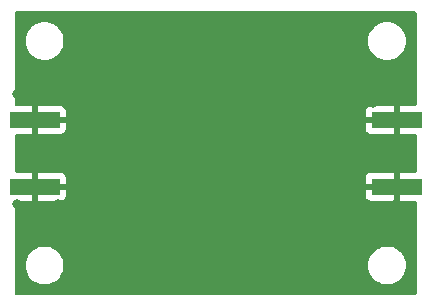
<source format=gbr>
%TF.GenerationSoftware,KiCad,Pcbnew,(6.0.1)*%
%TF.CreationDate,2022-02-12T11:42:24+00:00*%
%TF.ProjectId,LowPass_7mm,4c6f7750-6173-4735-9f37-6d6d2e6b6963,rev?*%
%TF.SameCoordinates,Original*%
%TF.FileFunction,Copper,L2,Bot*%
%TF.FilePolarity,Positive*%
%FSLAX46Y46*%
G04 Gerber Fmt 4.6, Leading zero omitted, Abs format (unit mm)*
G04 Created by KiCad (PCBNEW (6.0.1)) date 2022-02-12 11:42:24*
%MOMM*%
%LPD*%
G01*
G04 APERTURE LIST*
%TA.AperFunction,SMDPad,CuDef*%
%ADD10R,4.200000X1.350000*%
%TD*%
%TA.AperFunction,ViaPad*%
%ADD11C,0.800000*%
%TD*%
G04 APERTURE END LIST*
D10*
%TO.P,J2,2,Ext*%
%TO.N,GND*%
X132800000Y-109675000D03*
X132800000Y-115325000D03*
%TD*%
%TO.P,J1,2,Ext*%
%TO.N,GND*%
X102200000Y-115325000D03*
X102200000Y-109675000D03*
%TD*%
D11*
%TO.N,GND*%
X118135400Y-111734600D03*
X115163600Y-114782600D03*
X115112800Y-111556800D03*
X125679200Y-112496600D03*
X122961400Y-109067600D03*
X111353600Y-112369600D03*
X125704600Y-106781600D03*
X113588800Y-110337600D03*
X113893600Y-118719600D03*
X130784600Y-108231600D03*
X125679200Y-109651800D03*
X100660200Y-107492800D03*
X100685600Y-116840000D03*
X108331000Y-112826800D03*
X118556700Y-114249200D03*
X129387600Y-117883600D03*
X106807000Y-116662200D03*
X108254800Y-108737400D03*
X112090200Y-118237000D03*
X105410000Y-115062000D03*
X111379000Y-110083600D03*
X102387400Y-116890800D03*
X102133400Y-107442000D03*
X130708400Y-116969200D03*
X108315000Y-115025000D03*
X125780800Y-114657800D03*
X120661800Y-115570000D03*
X117566100Y-108051600D03*
X112344200Y-121031000D03*
X111379000Y-115189000D03*
X104114600Y-116814600D03*
X122809000Y-112649000D03*
X125806200Y-118137600D03*
X111810800Y-116636800D03*
X122885200Y-110871000D03*
X125933200Y-108204000D03*
X127127000Y-106883200D03*
X116255800Y-118745000D03*
X122211200Y-114249200D03*
X125831600Y-116611400D03*
X103759000Y-107543600D03*
X108280200Y-110871000D03*
X105308400Y-109270800D03*
X127330200Y-118086800D03*
X106629200Y-107289600D03*
X120331600Y-117144800D03*
X114681000Y-108229400D03*
X121666000Y-108204000D03*
X119507000Y-108254800D03*
X118429700Y-118618000D03*
X129133600Y-107291800D03*
%TD*%
%TA.AperFunction,Conductor*%
%TO.N,GND*%
G36*
X134442121Y-100520002D02*
G01*
X134488614Y-100573658D01*
X134500000Y-100626000D01*
X134500000Y-108366000D01*
X134479998Y-108434121D01*
X134426342Y-108480614D01*
X134374000Y-108492000D01*
X133072115Y-108492000D01*
X133056876Y-108496475D01*
X133055671Y-108497865D01*
X133054000Y-108505548D01*
X133054000Y-110839884D01*
X133058475Y-110855123D01*
X133059865Y-110856328D01*
X133067548Y-110857999D01*
X134374000Y-110857999D01*
X134442121Y-110878001D01*
X134488614Y-110931657D01*
X134500000Y-110983999D01*
X134500000Y-114016000D01*
X134479998Y-114084121D01*
X134426342Y-114130614D01*
X134374000Y-114142000D01*
X133072115Y-114142000D01*
X133056876Y-114146475D01*
X133055671Y-114147865D01*
X133054000Y-114155548D01*
X133054000Y-116489884D01*
X133058475Y-116505123D01*
X133059865Y-116506328D01*
X133067548Y-116507999D01*
X134374000Y-116507999D01*
X134442121Y-116528001D01*
X134488614Y-116581657D01*
X134500000Y-116633999D01*
X134500000Y-124374000D01*
X134479998Y-124442121D01*
X134426342Y-124488614D01*
X134374000Y-124500000D01*
X100626000Y-124500000D01*
X100557879Y-124479998D01*
X100511386Y-124426342D01*
X100500000Y-124374000D01*
X100500000Y-122000000D01*
X101394551Y-122000000D01*
X101414317Y-122251148D01*
X101473127Y-122496111D01*
X101569534Y-122728859D01*
X101701164Y-122943659D01*
X101704376Y-122947419D01*
X101704379Y-122947424D01*
X101849256Y-123117052D01*
X101864776Y-123135224D01*
X101868538Y-123138437D01*
X102052576Y-123295621D01*
X102052581Y-123295624D01*
X102056341Y-123298836D01*
X102271141Y-123430466D01*
X102275711Y-123432359D01*
X102275715Y-123432361D01*
X102499316Y-123524979D01*
X102503889Y-123526873D01*
X102588289Y-123547135D01*
X102744039Y-123584528D01*
X102744045Y-123584529D01*
X102748852Y-123585683D01*
X102837149Y-123592632D01*
X102934661Y-123600307D01*
X102934670Y-123600307D01*
X102937118Y-123600500D01*
X103062882Y-123600500D01*
X103065330Y-123600307D01*
X103065339Y-123600307D01*
X103162851Y-123592632D01*
X103251148Y-123585683D01*
X103255955Y-123584529D01*
X103255961Y-123584528D01*
X103411711Y-123547135D01*
X103496111Y-123526873D01*
X103500684Y-123524979D01*
X103724285Y-123432361D01*
X103724289Y-123432359D01*
X103728859Y-123430466D01*
X103943659Y-123298836D01*
X103947419Y-123295624D01*
X103947424Y-123295621D01*
X104131462Y-123138437D01*
X104135224Y-123135224D01*
X104150744Y-123117052D01*
X104295621Y-122947424D01*
X104295624Y-122947419D01*
X104298836Y-122943659D01*
X104430466Y-122728859D01*
X104526873Y-122496111D01*
X104585683Y-122251148D01*
X104605449Y-122000000D01*
X130394551Y-122000000D01*
X130414317Y-122251148D01*
X130473127Y-122496111D01*
X130569534Y-122728859D01*
X130701164Y-122943659D01*
X130704376Y-122947419D01*
X130704379Y-122947424D01*
X130849256Y-123117052D01*
X130864776Y-123135224D01*
X130868538Y-123138437D01*
X131052576Y-123295621D01*
X131052581Y-123295624D01*
X131056341Y-123298836D01*
X131271141Y-123430466D01*
X131275711Y-123432359D01*
X131275715Y-123432361D01*
X131499316Y-123524979D01*
X131503889Y-123526873D01*
X131588289Y-123547135D01*
X131744039Y-123584528D01*
X131744045Y-123584529D01*
X131748852Y-123585683D01*
X131837149Y-123592632D01*
X131934661Y-123600307D01*
X131934670Y-123600307D01*
X131937118Y-123600500D01*
X132062882Y-123600500D01*
X132065330Y-123600307D01*
X132065339Y-123600307D01*
X132162851Y-123592632D01*
X132251148Y-123585683D01*
X132255955Y-123584529D01*
X132255961Y-123584528D01*
X132411711Y-123547135D01*
X132496111Y-123526873D01*
X132500684Y-123524979D01*
X132724285Y-123432361D01*
X132724289Y-123432359D01*
X132728859Y-123430466D01*
X132943659Y-123298836D01*
X132947419Y-123295624D01*
X132947424Y-123295621D01*
X133131462Y-123138437D01*
X133135224Y-123135224D01*
X133150744Y-123117052D01*
X133295621Y-122947424D01*
X133295624Y-122947419D01*
X133298836Y-122943659D01*
X133430466Y-122728859D01*
X133526873Y-122496111D01*
X133585683Y-122251148D01*
X133605449Y-122000000D01*
X133585683Y-121748852D01*
X133526873Y-121503889D01*
X133430466Y-121271141D01*
X133298836Y-121056341D01*
X133295624Y-121052581D01*
X133295621Y-121052576D01*
X133138437Y-120868538D01*
X133135224Y-120864776D01*
X133117052Y-120849256D01*
X132947424Y-120704379D01*
X132947419Y-120704376D01*
X132943659Y-120701164D01*
X132728859Y-120569534D01*
X132724289Y-120567641D01*
X132724285Y-120567639D01*
X132500684Y-120475021D01*
X132500682Y-120475020D01*
X132496111Y-120473127D01*
X132411711Y-120452865D01*
X132255961Y-120415472D01*
X132255955Y-120415471D01*
X132251148Y-120414317D01*
X132162851Y-120407368D01*
X132065339Y-120399693D01*
X132065330Y-120399693D01*
X132062882Y-120399500D01*
X131937118Y-120399500D01*
X131934670Y-120399693D01*
X131934661Y-120399693D01*
X131837149Y-120407368D01*
X131748852Y-120414317D01*
X131744045Y-120415471D01*
X131744039Y-120415472D01*
X131588289Y-120452865D01*
X131503889Y-120473127D01*
X131499318Y-120475020D01*
X131499316Y-120475021D01*
X131275715Y-120567639D01*
X131275711Y-120567641D01*
X131271141Y-120569534D01*
X131056341Y-120701164D01*
X131052581Y-120704376D01*
X131052576Y-120704379D01*
X130882948Y-120849256D01*
X130864776Y-120864776D01*
X130861563Y-120868538D01*
X130704379Y-121052576D01*
X130704376Y-121052581D01*
X130701164Y-121056341D01*
X130569534Y-121271141D01*
X130473127Y-121503889D01*
X130414317Y-121748852D01*
X130394551Y-122000000D01*
X104605449Y-122000000D01*
X104585683Y-121748852D01*
X104526873Y-121503889D01*
X104430466Y-121271141D01*
X104298836Y-121056341D01*
X104295624Y-121052581D01*
X104295621Y-121052576D01*
X104138437Y-120868538D01*
X104135224Y-120864776D01*
X104117052Y-120849256D01*
X103947424Y-120704379D01*
X103947419Y-120704376D01*
X103943659Y-120701164D01*
X103728859Y-120569534D01*
X103724289Y-120567641D01*
X103724285Y-120567639D01*
X103500684Y-120475021D01*
X103500682Y-120475020D01*
X103496111Y-120473127D01*
X103411711Y-120452865D01*
X103255961Y-120415472D01*
X103255955Y-120415471D01*
X103251148Y-120414317D01*
X103162851Y-120407368D01*
X103065339Y-120399693D01*
X103065330Y-120399693D01*
X103062882Y-120399500D01*
X102937118Y-120399500D01*
X102934670Y-120399693D01*
X102934661Y-120399693D01*
X102837149Y-120407368D01*
X102748852Y-120414317D01*
X102744045Y-120415471D01*
X102744039Y-120415472D01*
X102588289Y-120452865D01*
X102503889Y-120473127D01*
X102499318Y-120475020D01*
X102499316Y-120475021D01*
X102275715Y-120567639D01*
X102275711Y-120567641D01*
X102271141Y-120569534D01*
X102056341Y-120701164D01*
X102052581Y-120704376D01*
X102052576Y-120704379D01*
X101882948Y-120849256D01*
X101864776Y-120864776D01*
X101861563Y-120868538D01*
X101704379Y-121052576D01*
X101704376Y-121052581D01*
X101701164Y-121056341D01*
X101569534Y-121271141D01*
X101473127Y-121503889D01*
X101414317Y-121748852D01*
X101394551Y-122000000D01*
X100500000Y-122000000D01*
X100500000Y-116634000D01*
X100520002Y-116565879D01*
X100573658Y-116519386D01*
X100626000Y-116508000D01*
X101927885Y-116508000D01*
X101943124Y-116503525D01*
X101944329Y-116502135D01*
X101946000Y-116494452D01*
X101946000Y-116489884D01*
X102454000Y-116489884D01*
X102458475Y-116505123D01*
X102459865Y-116506328D01*
X102467548Y-116507999D01*
X104344669Y-116507999D01*
X104351490Y-116507629D01*
X104402352Y-116502105D01*
X104417604Y-116498479D01*
X104538054Y-116453324D01*
X104553649Y-116444786D01*
X104655724Y-116368285D01*
X104668285Y-116355724D01*
X104744786Y-116253649D01*
X104753324Y-116238054D01*
X104798478Y-116117606D01*
X104802105Y-116102351D01*
X104807631Y-116051486D01*
X104808000Y-116044672D01*
X104808000Y-116044669D01*
X130192001Y-116044669D01*
X130192371Y-116051490D01*
X130197895Y-116102352D01*
X130201521Y-116117604D01*
X130246676Y-116238054D01*
X130255214Y-116253649D01*
X130331715Y-116355724D01*
X130344276Y-116368285D01*
X130446351Y-116444786D01*
X130461946Y-116453324D01*
X130582394Y-116498478D01*
X130597649Y-116502105D01*
X130648514Y-116507631D01*
X130655328Y-116508000D01*
X132527885Y-116508000D01*
X132543124Y-116503525D01*
X132544329Y-116502135D01*
X132546000Y-116494452D01*
X132546000Y-115597115D01*
X132541525Y-115581876D01*
X132540135Y-115580671D01*
X132532452Y-115579000D01*
X130210116Y-115579000D01*
X130194877Y-115583475D01*
X130193672Y-115584865D01*
X130192001Y-115592548D01*
X130192001Y-116044669D01*
X104808000Y-116044669D01*
X104808000Y-115597115D01*
X104803525Y-115581876D01*
X104802135Y-115580671D01*
X104794452Y-115579000D01*
X102472115Y-115579000D01*
X102456876Y-115583475D01*
X102455671Y-115584865D01*
X102454000Y-115592548D01*
X102454000Y-116489884D01*
X101946000Y-116489884D01*
X101946000Y-115052885D01*
X102454000Y-115052885D01*
X102458475Y-115068124D01*
X102459865Y-115069329D01*
X102467548Y-115071000D01*
X104789884Y-115071000D01*
X104805123Y-115066525D01*
X104806328Y-115065135D01*
X104807999Y-115057452D01*
X104807999Y-115052885D01*
X130192000Y-115052885D01*
X130196475Y-115068124D01*
X130197865Y-115069329D01*
X130205548Y-115071000D01*
X132527885Y-115071000D01*
X132543124Y-115066525D01*
X132544329Y-115065135D01*
X132546000Y-115057452D01*
X132546000Y-114160116D01*
X132541525Y-114144877D01*
X132540135Y-114143672D01*
X132532452Y-114142001D01*
X130655331Y-114142001D01*
X130648510Y-114142371D01*
X130597648Y-114147895D01*
X130582396Y-114151521D01*
X130461946Y-114196676D01*
X130446351Y-114205214D01*
X130344276Y-114281715D01*
X130331715Y-114294276D01*
X130255214Y-114396351D01*
X130246676Y-114411946D01*
X130201522Y-114532394D01*
X130197895Y-114547649D01*
X130192369Y-114598514D01*
X130192000Y-114605328D01*
X130192000Y-115052885D01*
X104807999Y-115052885D01*
X104807999Y-114605331D01*
X104807629Y-114598510D01*
X104802105Y-114547648D01*
X104798479Y-114532396D01*
X104753324Y-114411946D01*
X104744786Y-114396351D01*
X104668285Y-114294276D01*
X104655724Y-114281715D01*
X104553649Y-114205214D01*
X104538054Y-114196676D01*
X104417606Y-114151522D01*
X104402351Y-114147895D01*
X104351486Y-114142369D01*
X104344672Y-114142000D01*
X102472115Y-114142000D01*
X102456876Y-114146475D01*
X102455671Y-114147865D01*
X102454000Y-114155548D01*
X102454000Y-115052885D01*
X101946000Y-115052885D01*
X101946000Y-114160116D01*
X101941525Y-114144877D01*
X101940135Y-114143672D01*
X101932452Y-114142001D01*
X100626000Y-114142001D01*
X100557879Y-114121999D01*
X100511386Y-114068343D01*
X100500000Y-114016001D01*
X100500000Y-110984000D01*
X100520002Y-110915879D01*
X100573658Y-110869386D01*
X100626000Y-110858000D01*
X101927885Y-110858000D01*
X101943124Y-110853525D01*
X101944329Y-110852135D01*
X101946000Y-110844452D01*
X101946000Y-110839884D01*
X102454000Y-110839884D01*
X102458475Y-110855123D01*
X102459865Y-110856328D01*
X102467548Y-110857999D01*
X104344669Y-110857999D01*
X104351490Y-110857629D01*
X104402352Y-110852105D01*
X104417604Y-110848479D01*
X104538054Y-110803324D01*
X104553649Y-110794786D01*
X104655724Y-110718285D01*
X104668285Y-110705724D01*
X104744786Y-110603649D01*
X104753324Y-110588054D01*
X104798478Y-110467606D01*
X104802105Y-110452351D01*
X104807631Y-110401486D01*
X104808000Y-110394672D01*
X104808000Y-110394669D01*
X130192001Y-110394669D01*
X130192371Y-110401490D01*
X130197895Y-110452352D01*
X130201521Y-110467604D01*
X130246676Y-110588054D01*
X130255214Y-110603649D01*
X130331715Y-110705724D01*
X130344276Y-110718285D01*
X130446351Y-110794786D01*
X130461946Y-110803324D01*
X130582394Y-110848478D01*
X130597649Y-110852105D01*
X130648514Y-110857631D01*
X130655328Y-110858000D01*
X132527885Y-110858000D01*
X132543124Y-110853525D01*
X132544329Y-110852135D01*
X132546000Y-110844452D01*
X132546000Y-109947115D01*
X132541525Y-109931876D01*
X132540135Y-109930671D01*
X132532452Y-109929000D01*
X130210116Y-109929000D01*
X130194877Y-109933475D01*
X130193672Y-109934865D01*
X130192001Y-109942548D01*
X130192001Y-110394669D01*
X104808000Y-110394669D01*
X104808000Y-109947115D01*
X104803525Y-109931876D01*
X104802135Y-109930671D01*
X104794452Y-109929000D01*
X102472115Y-109929000D01*
X102456876Y-109933475D01*
X102455671Y-109934865D01*
X102454000Y-109942548D01*
X102454000Y-110839884D01*
X101946000Y-110839884D01*
X101946000Y-109402885D01*
X102454000Y-109402885D01*
X102458475Y-109418124D01*
X102459865Y-109419329D01*
X102467548Y-109421000D01*
X104789884Y-109421000D01*
X104805123Y-109416525D01*
X104806328Y-109415135D01*
X104807999Y-109407452D01*
X104807999Y-109402885D01*
X130192000Y-109402885D01*
X130196475Y-109418124D01*
X130197865Y-109419329D01*
X130205548Y-109421000D01*
X132527885Y-109421000D01*
X132543124Y-109416525D01*
X132544329Y-109415135D01*
X132546000Y-109407452D01*
X132546000Y-108510116D01*
X132541525Y-108494877D01*
X132540135Y-108493672D01*
X132532452Y-108492001D01*
X130655331Y-108492001D01*
X130648510Y-108492371D01*
X130597648Y-108497895D01*
X130582396Y-108501521D01*
X130461946Y-108546676D01*
X130446351Y-108555214D01*
X130344276Y-108631715D01*
X130331715Y-108644276D01*
X130255214Y-108746351D01*
X130246676Y-108761946D01*
X130201522Y-108882394D01*
X130197895Y-108897649D01*
X130192369Y-108948514D01*
X130192000Y-108955328D01*
X130192000Y-109402885D01*
X104807999Y-109402885D01*
X104807999Y-108955331D01*
X104807629Y-108948510D01*
X104802105Y-108897648D01*
X104798479Y-108882396D01*
X104753324Y-108761946D01*
X104744786Y-108746351D01*
X104668285Y-108644276D01*
X104655724Y-108631715D01*
X104553649Y-108555214D01*
X104538054Y-108546676D01*
X104417606Y-108501522D01*
X104402351Y-108497895D01*
X104351486Y-108492369D01*
X104344672Y-108492000D01*
X102472115Y-108492000D01*
X102456876Y-108496475D01*
X102455671Y-108497865D01*
X102454000Y-108505548D01*
X102454000Y-109402885D01*
X101946000Y-109402885D01*
X101946000Y-108510116D01*
X101941525Y-108494877D01*
X101940135Y-108493672D01*
X101932452Y-108492001D01*
X100626000Y-108492001D01*
X100557879Y-108471999D01*
X100511386Y-108418343D01*
X100500000Y-108366001D01*
X100500000Y-103000000D01*
X101394551Y-103000000D01*
X101414317Y-103251148D01*
X101473127Y-103496111D01*
X101569534Y-103728859D01*
X101701164Y-103943659D01*
X101704376Y-103947419D01*
X101704379Y-103947424D01*
X101849256Y-104117052D01*
X101864776Y-104135224D01*
X101868538Y-104138437D01*
X102052576Y-104295621D01*
X102052581Y-104295624D01*
X102056341Y-104298836D01*
X102271141Y-104430466D01*
X102275711Y-104432359D01*
X102275715Y-104432361D01*
X102499316Y-104524979D01*
X102503889Y-104526873D01*
X102588289Y-104547135D01*
X102744039Y-104584528D01*
X102744045Y-104584529D01*
X102748852Y-104585683D01*
X102837149Y-104592632D01*
X102934661Y-104600307D01*
X102934670Y-104600307D01*
X102937118Y-104600500D01*
X103062882Y-104600500D01*
X103065330Y-104600307D01*
X103065339Y-104600307D01*
X103162851Y-104592632D01*
X103251148Y-104585683D01*
X103255955Y-104584529D01*
X103255961Y-104584528D01*
X103411711Y-104547135D01*
X103496111Y-104526873D01*
X103500684Y-104524979D01*
X103724285Y-104432361D01*
X103724289Y-104432359D01*
X103728859Y-104430466D01*
X103943659Y-104298836D01*
X103947419Y-104295624D01*
X103947424Y-104295621D01*
X104131462Y-104138437D01*
X104135224Y-104135224D01*
X104150744Y-104117052D01*
X104295621Y-103947424D01*
X104295624Y-103947419D01*
X104298836Y-103943659D01*
X104430466Y-103728859D01*
X104526873Y-103496111D01*
X104585683Y-103251148D01*
X104605449Y-103000000D01*
X130394551Y-103000000D01*
X130414317Y-103251148D01*
X130473127Y-103496111D01*
X130569534Y-103728859D01*
X130701164Y-103943659D01*
X130704376Y-103947419D01*
X130704379Y-103947424D01*
X130849256Y-104117052D01*
X130864776Y-104135224D01*
X130868538Y-104138437D01*
X131052576Y-104295621D01*
X131052581Y-104295624D01*
X131056341Y-104298836D01*
X131271141Y-104430466D01*
X131275711Y-104432359D01*
X131275715Y-104432361D01*
X131499316Y-104524979D01*
X131503889Y-104526873D01*
X131588289Y-104547135D01*
X131744039Y-104584528D01*
X131744045Y-104584529D01*
X131748852Y-104585683D01*
X131837149Y-104592632D01*
X131934661Y-104600307D01*
X131934670Y-104600307D01*
X131937118Y-104600500D01*
X132062882Y-104600500D01*
X132065330Y-104600307D01*
X132065339Y-104600307D01*
X132162851Y-104592632D01*
X132251148Y-104585683D01*
X132255955Y-104584529D01*
X132255961Y-104584528D01*
X132411711Y-104547135D01*
X132496111Y-104526873D01*
X132500684Y-104524979D01*
X132724285Y-104432361D01*
X132724289Y-104432359D01*
X132728859Y-104430466D01*
X132943659Y-104298836D01*
X132947419Y-104295624D01*
X132947424Y-104295621D01*
X133131462Y-104138437D01*
X133135224Y-104135224D01*
X133150744Y-104117052D01*
X133295621Y-103947424D01*
X133295624Y-103947419D01*
X133298836Y-103943659D01*
X133430466Y-103728859D01*
X133526873Y-103496111D01*
X133585683Y-103251148D01*
X133605449Y-103000000D01*
X133585683Y-102748852D01*
X133526873Y-102503889D01*
X133430466Y-102271141D01*
X133298836Y-102056341D01*
X133295624Y-102052581D01*
X133295621Y-102052576D01*
X133138437Y-101868538D01*
X133135224Y-101864776D01*
X133117052Y-101849256D01*
X132947424Y-101704379D01*
X132947419Y-101704376D01*
X132943659Y-101701164D01*
X132728859Y-101569534D01*
X132724289Y-101567641D01*
X132724285Y-101567639D01*
X132500684Y-101475021D01*
X132500682Y-101475020D01*
X132496111Y-101473127D01*
X132411711Y-101452865D01*
X132255961Y-101415472D01*
X132255955Y-101415471D01*
X132251148Y-101414317D01*
X132162851Y-101407368D01*
X132065339Y-101399693D01*
X132065330Y-101399693D01*
X132062882Y-101399500D01*
X131937118Y-101399500D01*
X131934670Y-101399693D01*
X131934661Y-101399693D01*
X131837149Y-101407368D01*
X131748852Y-101414317D01*
X131744045Y-101415471D01*
X131744039Y-101415472D01*
X131588289Y-101452865D01*
X131503889Y-101473127D01*
X131499318Y-101475020D01*
X131499316Y-101475021D01*
X131275715Y-101567639D01*
X131275711Y-101567641D01*
X131271141Y-101569534D01*
X131056341Y-101701164D01*
X131052581Y-101704376D01*
X131052576Y-101704379D01*
X130882948Y-101849256D01*
X130864776Y-101864776D01*
X130861563Y-101868538D01*
X130704379Y-102052576D01*
X130704376Y-102052581D01*
X130701164Y-102056341D01*
X130569534Y-102271141D01*
X130473127Y-102503889D01*
X130414317Y-102748852D01*
X130394551Y-103000000D01*
X104605449Y-103000000D01*
X104585683Y-102748852D01*
X104526873Y-102503889D01*
X104430466Y-102271141D01*
X104298836Y-102056341D01*
X104295624Y-102052581D01*
X104295621Y-102052576D01*
X104138437Y-101868538D01*
X104135224Y-101864776D01*
X104117052Y-101849256D01*
X103947424Y-101704379D01*
X103947419Y-101704376D01*
X103943659Y-101701164D01*
X103728859Y-101569534D01*
X103724289Y-101567641D01*
X103724285Y-101567639D01*
X103500684Y-101475021D01*
X103500682Y-101475020D01*
X103496111Y-101473127D01*
X103411711Y-101452865D01*
X103255961Y-101415472D01*
X103255955Y-101415471D01*
X103251148Y-101414317D01*
X103162851Y-101407368D01*
X103065339Y-101399693D01*
X103065330Y-101399693D01*
X103062882Y-101399500D01*
X102937118Y-101399500D01*
X102934670Y-101399693D01*
X102934661Y-101399693D01*
X102837149Y-101407368D01*
X102748852Y-101414317D01*
X102744045Y-101415471D01*
X102744039Y-101415472D01*
X102588289Y-101452865D01*
X102503889Y-101473127D01*
X102499318Y-101475020D01*
X102499316Y-101475021D01*
X102275715Y-101567639D01*
X102275711Y-101567641D01*
X102271141Y-101569534D01*
X102056341Y-101701164D01*
X102052581Y-101704376D01*
X102052576Y-101704379D01*
X101882948Y-101849256D01*
X101864776Y-101864776D01*
X101861563Y-101868538D01*
X101704379Y-102052576D01*
X101704376Y-102052581D01*
X101701164Y-102056341D01*
X101569534Y-102271141D01*
X101473127Y-102503889D01*
X101414317Y-102748852D01*
X101394551Y-103000000D01*
X100500000Y-103000000D01*
X100500000Y-100626000D01*
X100520002Y-100557879D01*
X100573658Y-100511386D01*
X100626000Y-100500000D01*
X134374000Y-100500000D01*
X134442121Y-100520002D01*
G37*
%TD.AperFunction*%
%TD*%
M02*

</source>
